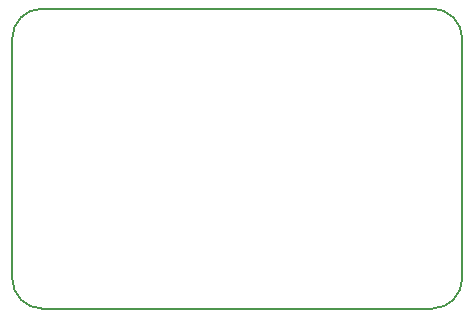
<source format=gko>
G04 #@! TF.FileFunction,Profile,NP*
%FSLAX46Y46*%
G04 Gerber Fmt 4.6, Leading zero omitted, Abs format (unit mm)*
G04 Created by KiCad (PCBNEW 4.0.7) date 05/25/19 09:28:02*
%MOMM*%
%LPD*%
G01*
G04 APERTURE LIST*
%ADD10C,0.100000*%
%ADD11C,0.150000*%
G04 APERTURE END LIST*
D10*
D11*
X70358000Y-90805000D02*
X37338000Y-90805000D01*
X72898000Y-67945000D02*
X72898000Y-88265000D01*
X37338000Y-65405000D02*
X70358000Y-65405000D01*
X34798000Y-88265000D02*
X34798000Y-67945000D01*
X37338000Y-65405000D02*
G75*
G03X34798000Y-67945000I0J-2540000D01*
G01*
X72898000Y-67945000D02*
G75*
G03X70358000Y-65405000I-2540000J0D01*
G01*
X70358000Y-90805000D02*
G75*
G03X72898000Y-88265000I0J2540000D01*
G01*
X34798000Y-88265000D02*
G75*
G03X37338000Y-90805000I2540000J0D01*
G01*
M02*

</source>
